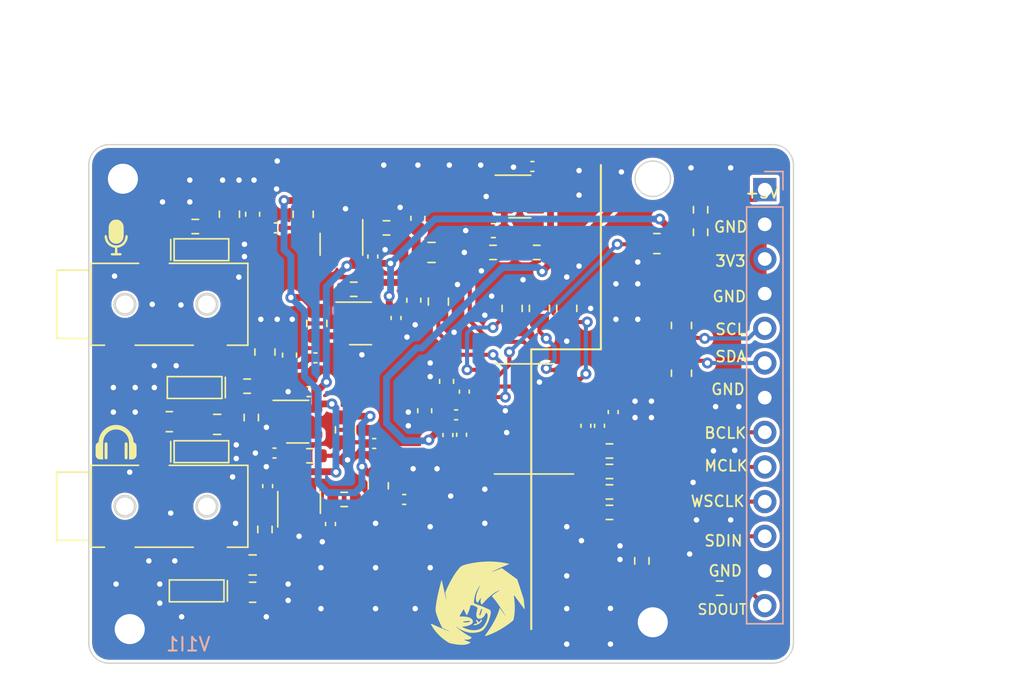
<source format=kicad_pcb>
(kicad_pcb (version 20221018) (generator pcbnew)
  (layers (0 "F.Cu" signal) (1 "In1.Cu" power) (2 "In2.Cu" power) (31 "B.Cu" signal) (34 "B.Paste" user) (35 "F.Paste" user) (36 "B.SilkS" user "B.Silkscreen") (37 "F.SilkS" user "F.Silkscreen") (38 "B.Mask" user) (39 "F.Mask" user) (44 "Edge.Cuts" user))
  (net 0 "")
  (net 1 "+5V")
  (net 2 "GND")
  (net 3 "+3V3")
  (net 4 "/CODEC_VQ")
  (net 5 "/CODEC_FILT")
  (net 6 "/VREF")
  (net 7 "/L_IN_FILT")
  (net 8 "/L_IN_BUFF")
  (net 9 "/L_FILT_CODEC")
  (net 10 "/L_CODEC_IN")
  (net 11 "/R_IN_FILT")
  (net 12 "/R_IN_BUFF")
  (net 13 "/R_FILT_CODEC")
  (net 14 "/R_CODEC_IN")
  (net 15 "/L_OUT_CODEC")
  (net 16 "/L_OUT_BIAS")
  (net 17 "/AUDIO_OUT_L")
  (net 18 "/L_OUT_FILT")
  (net 19 "/R_OUT_CODEC")
  (net 20 "/R_OUT_BIAS")
  (net 21 "/AUDIO_OUT_R")
  (net 22 "/R_OUT_FILT")
  (net 23 "/LEFT_CH")
  (net 24 "/RIGHT_CH")
  (net 25 "/I2C_SCL")
  (net 26 "/I2C_SDA")
  (net 27 "/I2S_BCLK")
  (net 28 "/I2S_MCLK")
  (net 29 "/I2S_WSCLK")
  (net 30 "/I2S_SDIN")
  (net 31 "/CODEC_SDOUT")
  (net 32 "/CODEC_SDOUT_R")
  (net 33 "/CODEC_AD0")
  (net 34 "/CODEC_AD1")
  (net 35 "/CODEC_AD2")
  (net 36 "/CODEC_RST")
  (net 37 "/I2S_SDIN_R")
  (net 38 "/I2S_WSCLK_R")
  (net 39 "/I2S_MCLK_R")
  (net 40 "/I2S_BCLK_R")
  (net 41 "VCOM")
  (net 42 "/R_OUT_BUFF")
  (net 43 "/L_OUT_BUFF")
  (net 44 "/L_OUT_OUT_BUFF")
  (net 45 "/R_OUT_OUT_BUFF")
  (net 46 "/CODEC_MUTEA")
  (net 47 "/CODEC_MUTEB")
  (net 48 "VCC")
  (net 49 "/L_FILT_CODEC_MIC")
  (net 50 "/R_FILT_CODEC_MIC")
  (footprint "Package_TO_SOT_SMD:SOT-23-5" (layer "F.Cu") (at 154.5 51.3 -90)
    (fp_text reference "U104" hide)
    (fp_text value "MCP6001-OT")
  )
  (footprint "Resistor_SMD:R_0805_2012Metric" (layer "F.Cu") (at 148.9 59.2 90)
    (fp_text reference "R121" hide)
    (fp_text value "2M")
  )
  (footprint "Capacitor_SMD:C_0603_1608Metric" (layer "F.Cu") (at 150.7 59.425 90)
    (fp_text reference "C112" hide)
    (fp_text value "220pF")
  )
  (footprint "Resistor_SMD:R_0603_1608Metric" (layer "F.Cu") (at 147.6 61.7 180)
    (fp_text reference "R120" hide)
    (fp_text value "1k")
  )
  (footprint "Resistor_SMD:R_0805_2012Metric" (layer "F.Cu") (at 157.2 69 -90)
    (fp_text reference "R128" hide)
    (fp_text value "2M")
  )
  (footprint "Capacitor_SMD:C_0805_2012Metric" (layer "F.Cu") (at 148 74.8 180)
    (fp_text reference "C124" hide)
    (fp_text value "10uF")
  )
  (footprint "Capacitor_SMD:C_0402_1005Metric" (layer "F.Cu") (at 174.4 63.6 -90)
    (fp_text reference "C103" hide)
    (fp_text value "100nF")
  )
  (footprint "Capacitor_SMD:C_0603_1608Metric" (layer "F.Cu") (at 159.8 55.4 -90)
    (fp_text reference "C118" hide)
    (fp_text value "220pF")
  )
  (footprint "Resistor_SMD:R_0603_1608Metric" (layer "F.Cu") (at 168.8 51.9 180)
    (fp_text reference "R116" hide)
    (fp_text value "1k")
  )
  (footprint "Capacitor_SMD:C_0402_1005Metric" (layer "F.Cu") (at 152.6 59.625)
    (fp_text reference "C113" hide)
    (fp_text value "100nF")
  )
  (footprint "Logos:LOGO_MIC" (layer "F.Cu") (at 143.4 47.4)
    (fp_text reference "REF**" hide)
    (fp_text value "LOGO_MIC")
  )
  (footprint "Resistor_SMD:R_0603_1608Metric" (layer "F.Cu") (at 154.7 70)
    (fp_text reference "R129" hide)
    (fp_text value "1k")
  )
  (footprint "Logos:Headphone" (layer "F.Cu") (at 138 65.8)
    (fp_text reference "G***" hide)
    (fp_text value "LOGO" hide)
  )
  (footprint "Package_TO_SOT_SMD:SOT-23-5" (layer "F.Cu") (at 167.5625 47.8)
    (fp_text reference "U101" hide)
    (fp_text value "MCP6001-OT")
  )
  (footprint "Package_TO_SOT_SMD:SOT-23-5" (layer "F.Cu") (at 155.9 57.1)
    (fp_text reference "U102" hide)
    (fp_text value "MCP6001-OT")
  )
  (footprint "Resistor_SMD:R_0603_1608Metric" (layer "F.Cu") (at 165.6 51.9 180)
    (fp_text reference "R117" hide)
    (fp_text value "1k")
  )
  (footprint "Resistor_SMD:R_0603_1608Metric" (layer "F.Cu") (at 155.4 54.6 180)
    (fp_text reference "R126" hide)
    (fp_text value "1k")
  )
  (footprint "footprints:JAC_TRS_3.5mm_SMD" (layer "F.Cu") (at 136.15 70.5)
    (fp_text reference "J102" hide)
    (fp_text value "AudioJack3")
    (fp_circle (center 2.5 0) (end 3.25 0) (stroke (width 0.2)) (fill none) (layer "Edge.Cuts"))
    (fp_circle (center 8.5 0) (end 9.25 0) (stroke (width 0.2)) (fill none) (layer "Edge.Cuts"))
  )
  (footprint "Resistor_SMD:R_0805_2012Metric" (layer "F.Cu") (at 179.4 60.75 90)
    (fp_text reference "R136" hide)
    (fp_text value "2k2")
  )
  (footprint "Resistor_SMD:R_0805_2012Metric" (layer "F.Cu") (at 152.7 57.1 -90)
    (fp_text reference "R122" hide)
    (fp_text value "2M")
  )
  (footprint "Capacitor_SMD:C_0402_1005Metric" (layer "F.Cu") (at 149.7 50.1)
    (fp_text reference "C117" hide)
    (fp_text value "100nF")
  )
  (footprint "Capacitor_SMD:C_0603_1608Metric" (layer "F.Cu") (at 165.625 50.3 180)
    (fp_text reference "C111" hide)
    (fp_text value "47uF")
  )
  (footprint "Resistor_SMD:R_0603_1608Metric" (layer "F.Cu") (at 174.125 67.95 180)
    (fp_text reference "R114" hide)
    (fp_text value "22R")
  )
  (footprint "Capacitor_SMD:C_0603_1608Metric" (layer "F.Cu") (at 160.6 63.5 -90)
    (fp_text reference "C109" hide)
    (fp_text value "47uF")
  )
  (footprint "Capacitor_SMD:C_0402_1005Metric" (layer "F.Cu") (at 163.5 62.1 90)
    (fp_text reference "C104" hide)
    (fp_text value "100nF")
  )
  (footprint "Capacitor_SMD:C_0805_2012Metric" (layer "F.Cu") (at 145.4 64.5 180)
    (fp_text reference "C128" hide)
    (fp_text value "10uF")
  )
  (footprint "Capacitor_SMD:C_0402_1005Metric" (layer "F.Cu") (at 168.4825 45.6 180)
    (fp_text reference "C110" hide)
    (fp_text value "100nF")
  )
  (footprint "Package_SO:TSSOP-24_4.4x7.8mm_P0.65mm" (layer "F.Cu") (at 167.9 64.1 180)
    (fp_text reference "U103" hide)
    (fp_text value "CS4270")
  )
  (footprint "Resistor_SMD:R_0805_2012Metric" (layer "F.Cu") (at 171 56 90)
    (fp_text reference "R104" hide)
    (fp_text value "10k")
  )
  (footprint "Capacitor_SMD:C_0402_1005Metric" (layer "F.Cu") (at 162.9 63.8 180)
    (fp_text reference "C108" hide)
    (fp_text value "100nF")
  )
  (footprint "Resistor_SMD:R_0603_1608Metric" (layer "F.Cu") (at 174.125 70.95 180)
    (fp_text reference "R112" hide)
    (fp_text value "22R")
  )
  (footprint "Capacitor_SMD:C_0603_1608Metric" (layer "F.Cu") (at 162.2 61.35 90)
    (fp_text reference "C105" hide)
    (fp_text value "47uF")
  )
  (footprint "footprints:JAC_TRS_3.5mm_SMD" (layer "F.Cu") (at 136.15 55.7)
    (fp_text reference "J101" hide)
    (fp_text value "AudioJack3")
    (fp_circle (center 2.5 0) (end 3.25 0) (stroke (width 0.2)) (fill none) (layer "Edge.Cuts"))
    (fp_circle (center 8.5 0) (end 9.25 0) (stroke (width 0.2)) (fill none) (layer "Edge.Cuts"))
  )
  (footprint "Resistor_SMD:R_0603_1608Metric" (layer "F.Cu") (at 157.8 50.1 180)
    (fp_text reference "R125" hide)
    (fp_text value "1k")
  )
  (footprint "Capacitor_SMD:C_0603_1608Metric" (layer "F.Cu") (at 148 49.1 90)
    (fp_text reference "C120" hide)
    (fp_text value "220pF")
  )
  (footprint "Capacitor_SMD:C_0402_1005Metric" (layer "F.Cu") (at 153.7 71.8 -90)
    (fp_text reference "C125" hide)
    (fp_text value "1nF")
  )
  (footprint "Resistor_SMD:R_0805_2012Metric" (layer "F.Cu") (at 148 76.8)
    (fp_text reference "R131" hide)
    (fp_text value "10k")
  )
  (footprint "Capacitor_SMD:C_0402_1005Metric" (layer "F.Cu") (at 156.9 65.9 180)
    (fp_text reference "C127" hide)
    (fp_text value "100nF")
  )
  (footprint "Resistor_SMD:R_0805_2012Metric" (layer "F.Cu") (at 169 56 90)
    (fp_text reference "R105" hide)
    (fp_text value "10k")
  )
  (footprint "MountingHole:MountingHole_2.2mm_M2_Pad_TopBottom" (layer "F.Cu") (at 177.3 79)
    (fp_text reference "H102" hide)
    (fp_text value "MountingHole_Pad")
  )
  (footprint "Logos:ES_LOGO" (layer "F.Cu") (at 164.6 77.6)
    (fp_text reference "G***" hide)
    (fp_text value "LOGO" hide)
  )
  (footprint "Resistor_SMD:R_0603_1608Metric" (layer "F.Cu") (at 148.9 72.2 90)
    (fp_text reference "R130" hide)
    (fp_text value "100R")
  )
  (footprint "Resistor_SMD:R_0805_2012Metric" (layer "F.Cu") (at 177.6 51.25)
    (fp_text reference "R110" hide)
    (fp_text value "10k")
  )
  (footprint "Resistor_SMD:R_0603_1608Metric" (layer "F.Cu") (at 174.125 66.45 180)
    (fp_text reference "R115" hide)
    (fp_text value "22R")
  )
  (footprint "Capacitor_SMD:C_0402_1005Metric" (layer "F.Cu") (at 162.3 65.28 -90)
    (fp_text reference "C101" hide)
    (fp_text value "1uF")
  )
  (footprint "Capacitor_SMD:C_0402_1005Metric" (layer "F.Cu") (at 163.3 65.26 -90)
    (fp_text reference "C102" hide)
    (fp_text value "100nF")
  )
  (footprint "Capacitor_SMD:C_0402_1005Metric" (layer "F.Cu") (at 173.4 64.6 90)
    (fp_text reference "C106" hide)
    (fp_text value "1uF")
  )
  (footprint "Capacitor_SMD:C_0402_1005Metric" (layer "F.Cu") (at 156.8 52.2 90)
    (fp_text reference "C116" hide)
    (fp_text value "100nF")
  )
  (footprint "Resistor_SMD:R_0603_1608Metric" (layer "F.Cu") (at 147.9 64 90)
    (fp_text reference "R134" hide)
    (fp_text value "100R")
  )
  (footprint "Capacitor_SMD:C_0805_2012Metric" (layer "F.Cu") (at 161.1 51.9)
    (fp_text reference "C119" hide)
    (fp_text value "10uF")
  )
  (footprint "Resistor_SMD:R_0603_1608Metric" (layer "F.Cu") (at 176.5 74.5 -90)
    (fp_text reference "R101" hide)
    (fp_text value "47k")
  )
  (footprint "Resistor_SMD:R_0603_1608Metric" (layer "F.Cu") (at 152.2 66.8)
    (fp_text reference "R133" hide)
    (fp_text value "1k")
  )
  (footprint "Capacitor_SMD:C_0402_1005Metric" (layer "F.Cu") (at 159.1 70 180)
    (fp_text reference "C123" hide)
    (fp_text value "100nF")
  )
  (footprint "Resistor_SMD:R_0805_2012Metric" (layer "F.Cu") (at 179.4 57.25 -90)
    (fp_text reference "R137" hide)
    (fp_text value "2k2")
  )
  (footprint "Capacitor_SMD:C_0603_1608Metric" (layer "F.Cu") (at 160.1 49.4 90)
    (fp_text reference "C121" hide)
    (fp_text value "220pF")
  )
  (footprint "Resistor_SMD:R_0603_1608Metric" (layer "F.Cu") (at 174.125 69.45 180)
    (fp_text reference "R113" hide)
    (fp_text value "22R")
  )
  (footprint "Resistor_SMD:R_0805_2012Metric" (layer "F.Cu") (at 167 56 90)
    (fp_text reference "R106" hide)
    (fp_text value "10k")
  )
  (footprint "footprints:SOD-323-2" (layer "F.Cu") (at 143.75 61.8 90)
    (fp_text reference "D103" hide)
    (fp_text value "PESD3V3U1UA,115")
  )
  (footprint "Resistor_SMD:R_0805_2012Metric" (layer "F.Cu") (at 146.3 49.1 90)
    (fp_text reference "R127" hide)
    (fp_text value "2M")
  )
  (footprint "Capacitor_SMD:C_0402_1005Metric" (layer "F.Cu") (at 172.4 64.6 90)
    (fp_text reference "C107" hide)
    (fp_text value "100nF")
  )
  (footprint "Logos:Microphone" (layer "F.Cu") (at 138 50.8)
    (fp_text reference "G***" hide)
    (fp_text value "LOGO" hide)
  )
  (footprint "Resistor_SMD:R_0805_2012Metric" (layer "F.Cu") (at 141.9 64.3 180)
    (fp_text reference "R135" hide)
    (fp_text value "10k")
  )
  (footprint "MountingHole:MountingHole_2.2mm_M2_DIN965_Pad_TopBottom" (layer "F.Cu") (at 139 79.5)
    (fp_text reference "H103" hide)
    (fp_text value "MountingHole_Pad")
  )
  (footprint "footprints:SOD-323-2" (layer "F.Cu") (at 144.25 66.5 -90)
    (fp_text reference "D101" hide)
    (fp_text value "PESD3V3U1UA,115")
  )
  (footprint "MountingHole:MountingHole_2.2mm_M2_DIN965_Pad_TopBottom" (layer "F.Cu") (at 138.5 46.5)
    (fp_text reference "H104" hide)
    (fp_text value "MountingHole_Pad")
  )
  (footprint "Resistor_SMD:R_0805_2012Metric" (layer "F.Cu") (at 154.8 64.9 -90)
    (fp_text reference "R132" hide)
    (fp_text value "2M")
  )
  (footprint "Capacitor_SMD:C_0402_1005Metric" (layer "F.Cu") (at 152.1 62.1 180)
    (fp_text reference "C126" hide)
    (fp_text value "100nF")
  )
  (footprint "footprints:SOD-323-2" (layer "F.Cu") (at 143.9 76.7 90)
    (fp_text reference "D102" hide)
    (fp_text value "PESD3V3U1UA,115")
  )
  (footprint "Capacitor_SMD:C_0402_1005Metric" (layer "F.Cu") (at 149.1 69.02 90)
    (fp_text reference "C122" hide)
    (fp_text value "100nF")
  )
  (footprint "Resistor_SMD:R_0603_1608Metric" (layer "F.Cu") (at 180.8 48.775 90)
    (fp_text reference "R119" hide)
    (fp_text value "0R")
  )
  (footprint "Resistor_SMD:R_0603_1608Metric" (layer "F.Cu") (at 143.8 50 180)
    (fp_text reference "R124" hide)
    (fp_text value "1k")
  )
  (footprint "Capacitor_SMD:C_0805_2012Metric" (layer "F.Cu") (at 161.6 55.5 -90)
    (fp_text reference "C115" hide)
    (fp_text value "10uF")
  )
  (footprint "Resistor_SMD:R_0603_1608Metric" (layer "F.Cu") (at 182.2 76.5)
    (fp_text reference "R102" hide)
    (fp_text value "22R")
  )
  (footprint "Capacitor_SMD:C_0402_1005Metric" (layer "F.Cu") (at 158.5 56.7 -90)
    (fp_text reference "C114" hide)
    (fp_text value "100nF")
  )
  (footprint "Resistor_SMD:R_0603_1608Metric" (layer "F.Cu") (at 180.8 50.425 90)
    (fp_text reference "R118" hide)
    (fp_text value "0R")
  )
  (footprint "Resistor_SMD:R_0805_2012Metric" (layer "F.Cu") (at 151.7 49.1 -90)
    (fp_text reference "R123" hide)
    (fp_text value "2M")
  )
  (footprint "footprints:SOD-323-2" (layer "F.Cu") (at 144.25 51.7 -90)
    (fp_text reference "D104" hide)
    (fp_text value "PESD3V3U1UA,115")
  )
  (footprint "Capacitor_SMD:C_0402_1005Metric" (layer "F.Cu") (at 149.6 66.6 180)
    (fp_text reference "C129" hide)
    (fp_text value "1nF")
  )
  (footprint "Package_TO_SOT_SMD:SOT-23-5" (layer "F.Cu") (at 151.3 64.3)
    (fp_text reference "U106" hide)
    (fp_text value "MCP6001-OT")
  )
  (footprint "Package_TO_SOT_SMD:SOT-23-5" (layer "F.Cu") (at 151.4 70.22 90)
    (fp_text reference "U105" hide)
    (fp_text value "MCP6001-OT")
  )
  (footprint "Connector_PinHeader_2.54mm:PinHeader_1x13_P2.54mm_Vertical" (layer "B.Cu") (at 185.5 47.3 180)
    (fp_text reference "J103" hide)
    (fp_text value "Conn_01x13_Pin")
  )
  (gr_line (start 168.4 59) (end 173.5 59) (stroke (width 0.15)) (layer "F.SilkS"))
  (gr_line (start 168.4 79.5) (end 168.4 59) (stroke (width 0.15)) (layer "F.SilkS"))
  (gr_line (start 173.5 59) (end 173.5 45.5) (stroke (width 0.15)) (layer "F.SilkS"))
  (gr_arc (start 137.5 82) (mid 136.43934 81.56066) (end 136 80.5) (stroke (width 0.1)) (layer "Edge.Cuts"))
  (gr_arc (start 187.6 80.5) (mid 187.16066 81.56066) (end 186.1 82) (stroke (width 0.1)) (layer "Edge.Cuts"))
  (gr_line (start 186.1 82) (end 137.5 82) (stroke (width 0.1)) (layer "Edge.Cuts"))
  (gr_line (start 136 45.5) (end 136 80.5) (stroke (width 0.1)) (layer "Edge.Cuts"))
  (gr_arc (start 136 45.5) (mid 136.43934 44.43934) (end 137.5 44) (stroke (width 0.1)) (layer "Edge.Cuts"))
  (gr_arc (start 186.1 44) (mid 187.16066 44.43934) (end 187.6 45.5) (stroke (width 0.1)) (layer "Edge.Cuts"))
  (gr_line (start 187.6 45.5) (end 187.6 80.5) (stroke (width 0.1)) (layer "Edge.Cuts"))
  (gr_line (start 186.1 44) (end 137.5 44) (stroke (width 0.1)) (layer "Edge.Cuts"))
  (gr_circle (center 177.3 46.5) (end 178.6 46.5) (stroke (width 0.1)) (fill none) (layer "Edge.Cuts"))
  (gr_text "V1I1" (at 145 81.2) (layer "B.SilkS") (effects (font (size 1 1)) (justify left bottom mirror)))
  (gr_text "SCL" (at 181.8 58) (layer "F.SilkS") (effects (font (size 0.8 0.8) (thickness 0.13)) (justify left bottom)))
  (gr_text "SDA" (at 181.8 60) (layer "F.SilkS") (effects (font (size 0.8 0.8) (thickness 0.13)) (justify left bottom)))
  (gr_text "MCLK" (at 181 68) (layer "F.SilkS") (effects (font (size 0.8 0.8) (thickness 0.13)) (justify left bottom)))
  (gr_text "GND" (at 181.6 55.6) (layer "F.SilkS") (effects (font (size 0.8 0.8) (thickness 0.13)) (justify left bottom)))
  (gr_text "GND" (at 181.5 62.4) (layer "F.SilkS") (effects (font (size 0.8 0.8) (thickness 0.13)) (justify left bottom)))
  (gr_text "SDIN" (at 181 73.5) (layer "F.SilkS") (effects (font (size 0.8 0.8) (thickness 0.13)) (justify left bottom)))
  (gr_text "+5V" (at 184 48) (layer "F.SilkS") (effects (font (size 0.8 0.8) (thickness 0.13)) (justify left bottom)))
  (gr_text "WSCLK" (at 180 70.6) (layer "F.SilkS") (effects (font (size 0.8 0.8) (thickness 0.13)) (justify left bottom)))
  (gr_text "SDOUT" (at 180.5 78.5) (layer "F.SilkS") (effects (font (size 0.75 0.75) (thickness 0.12)) (justify left bottom)))
  (gr_text "3V3" (at 181.8 53) (layer "F.SilkS") (effects (font (size 0.8 0.8) (thickness 0.13)) (justify left bottom)))
  (gr_text "BCLK" (at 181 65.6) (layer "F.SilkS") (effects (font (size 0.8 0.8) (thickness 0.13)) (justify left bottom)))
  (gr_text "GND" (at 181.3 75.7) (layer "F.SilkS") (effects (font (size 0.8 0.8) (thickness 0.13)) (justify left bottom)))
  (gr_text "GND" (at 181.7 50.5) (layer "F.SilkS") (effects (font (size 0.8 0.8) (thickness 0.13)) (justify left bottom)))
  (segment (start 184.85 47.95) (end 185.5 47.3) (width 0.5) (layer "F.Cu") (net 1))
  (segment (start 180.8 47.95) (end 184.85 47.95) (width 0.5) (layer "F.Cu") (net 1))
  (segment (start 175.175 73.675) (end 174.9 73.4) (width 0.5) (layer "F.Cu") (net 2))
  (segment (start 171.525 64.475) (end 171.75 64.25) (width 0.3) (layer "F.Cu") (net 2))
  (segment (start 145.6 51.7) (end 147 51.7) (width 0.5) (layer "F.Cu") (net 2))
  (segment (start 174.36 64.12) (end 174.4 64.08) (width 0.5) (layer "F.Cu") (net 2))
  (segment (start 176.5 73.675) (end 175.9 73.675) (width 0.5) (layer "F.Cu") (net 2))
  (segment (start 172.27 64.25) (end 172.4 64.12) (width 0.3) (layer "F.Cu") (net 2))
  (segment (start 149.1 68.54) (end 149.1 68.5) (width 0.5) (layer "F.Cu") (net 2))
  (segment (start 173.4 64.12) (end 172.4 64.12) (width 0.5) (layer "F.Cu") (net 2))
  (segment (start 165.5125 55.0875) (end 165.5 55.1) (width 0.5) (layer "F.Cu") (net 2))
  (segment (start 155.9 59.3) (end 156 59.4) (width 0.5) (layer "F.Cu") (net 2))
  (segment (start 171 55.0875) (end 171 53.7) (width 0.5) (layer "F.Cu") (net 2))
  (segment (start 171.75 64.25) (end 172.27 64.25) (width 0.4) (layer "F.Cu") (net 2))
  (segment (start 170.8125 64.475) (end 171.525 64.475) (width 0.3) (layer "F.Cu") (net 2))
  (segment (start 155.9 57.676472) (end 155.9 59.3) (width 0.5) (layer "F.Cu") (net 2))
  (segment (start 155.323528 57.1) (end 155.9 57.676472) (width 0.5) (layer "F.Cu") (net 2))
  (segment (start 157.7 51.7) (end 157.68 51.72) (width 0.5) (layer "F.Cu") (net 2))
  (segment (start 167.8 53.9) (end 167.8125 53.9) (width 0.5) (layer "F.Cu") (net 2))
  (segment (start 165.0375 65.075) (end 166.575 65.075) (width 0.3) (layer "F.Cu") (net 2))
  (segment (start 163.28 65.76) (end 163.3 65.74) (width 0.3) (layer "F.Cu") (net 2))
  (segment (start 151.62 62.1) (end 150.6 62.1) (width 0.5) (layer "F.Cu") (net 2))
  (segment (start 167.1495 45.6) (end 167.1 45.6495) (width 0.5) (layer "F.Cu") (net 2))
  (segment (start 147.4 52.2) (end 147.4 52.1) (width 0.5) (layer "F.Cu") (net 2))
  (segment (start 160.1 48.625) (end 158.825 48.625) (width 0.5) (layer "F.Cu") (net 2))
  (segment (start 154.5 49) (end 154.8 48.7) (width 0.5) (layer "F.Cu") (net 2))
  (segment (start 147.4 52.1) (end 147 51.7) (width 0.5) (layer "F.Cu") (net 2))
  (segment (start 163.648604 65.74) (end 164.313604 65.075) (width 0.3) (layer "F.Cu") (net 2))
  (segment (start 164.85 50.3) (end 163.6 50.3) (width 0.5) (layer "F.Cu") (net 2))
  (segment (start 167 55.0875) (end 165.5125 55.0875) (width 0.5) (layer "F.Cu") (net 2))
  (segment (start 154.5 50.1625) (end 154.5 49) (width 0.5) (layer "F.Cu") (net 2))
  (segment (start 175.625 73.675) (end 174.9 74.4) (width 0.5) (layer "F.Cu") (net 2))
  (segment (start 164.775 51.9) (end 163.5 51.9) (width 0.5) (layer "F.Cu") (net 2))
  (segment (start 167.8125 53.9) (end 169 55.0875) (width 0.5) (layer "F.Cu") (net 2))
  (segment (start 163.3 65.74) (end 163.648604 65.74) (width 0.5) (layer "F.Cu") (net 2))
  (segment (start 154.7625 57.1) (end 155.323528 57.1) (width 0.5) (layer "F.Cu") (net 2))
  (segment (start 164.313604 65.075) (end 165.0375 65.075) (width 0.3) (layer "F.Cu") (net 2))
  (segment (start 158.825 48.625) (end 158.8 48.6) (width 0.5) (layer "F.Cu") (net 2))
  (segment (start 157.68 51.72) (end 156.8 51.72) (width 0.5) (layer "F.Cu") (net 2))
  (segment (start 147 51.7) (end 147.4 51.3) (width 0.5) (layer "F.Cu") (net 2))
  (segment (start 170.7625 64.425) (end 170.8125 64.475) (width 0.3) (layer "F.Cu") (net 2))
  (segment (start 166.575 65.075) (end 166.6 65.1) (width 0.3) (layer "F.Cu") (net 2))
  (segment (start 175.9 73.675) (end 175.625 73.675) (width 0.5) (layer "F.Cu") (net 2))
  (segment (start 173.4 64.12) (end 174.36 64.12) (width 0.5) (layer "F.Cu") (net 2))
  (segment (start 175.9 73.675) (end 175.175 73.675) (width 0.5) (layer "F.Cu") (net 2))
  (via (at 156 59.4) (size 0.8) (drill 0.4) (layers "F.Cu" "B.Cu") (net 2))
  (via (at 150.6 77.4) (size 0.8) (drill 0.4) (layers "F.Cu" "B.Cu") (net 2))
  (via (at 159.9 57.2) (size 0.8) (drill 0.4) (layers "F.Cu" "B.Cu") (net 2))
  (via (at 180.1 45.7) (size 0.8) (drill 0.4) (layers "F.Cu" "B.Cu") (net 2))
  (via (at 171 78) (size 0.8) (drill 0.4) (layers "F.Cu" "B.Cu") (net 2))
  (via (at 174.9 74.4) (size 0.8) (drill 0.4) (layers "F.Cu" "B.Cu") (net 2))
  (via (at 139.4 63.6) (size 0.8) (drill 0.4) (layers "F.Cu" "B.Cu") (net 2))
  (via (at 148.6 56.8) (size 0.8) (drill 0.4) (layers "F.Cu" "B.Cu") (net 2))
  (via (at 161 61) (size 0.8) (drill 0.4) (layers "F.Cu" "B.Cu") (net 2))
  (via (at 153 78) (size 0.8) (drill 0.4) (layers "F.Cu" "B.Cu") (net 2))
  (via (at 174.2 80.6) (size 0.8) (drill 0.4) (layers "F.Cu" "B.Cu") (net 2))
  (via (at 147.4 51.3) (size 0.8) (drill 0.4) (layers "F.Cu" "B.Cu") (net 2))
  (via (at 171.9 47.7) (size 0.8) (drill 0.4) (layers "F.Cu" "B.Cu") (net 2))
  (via (at 164.75 53.25) (size 0.8) (drill 0.4) (layers "F.Cu" "B.Cu") (net 2))
  (via (at 150.9 56.8) (size 0.8) (drill 0.4) (layers "F.Cu" "B.Cu") (net 2))
  (via (at 149.8 45.2) (size 0.8) (drill 0.4) (layers "F.Cu" "B.Cu") (net 2))
  (via (at 149.75 47.25) (size 0.8) (drill 0.4) (layers "F.Cu" "B.Cu") (net 2))
  (via (at 167.1 45.6495) (size 0.8) (drill 0.4) (layers "F.Cu" "B.Cu") (net 2))
  (via (at 161.5 67.75) (size 0.8) (drill 0.4) (layers "F.Cu" "B.Cu") (net 2))
  (via (at 142.75 55.75) (size 0.8) (drill 0.4) (layers "F.Cu" "B.Cu") (net 2))
  (via (at 159.4 64.6) (size 0.8) (drill 0.4) (layers "F.Cu" "B.Cu") (net 2))
  (via (at 180.5 71.5) (size 0.8) (drill 0.4) (layers "F.Cu" "B.Cu") (net 2))
  (via (at 165 69.25) (size 0.8) (drill 0.4) (layers "F.Cu" "B.Cu") (net 2))
  (via (at 137.8 61.8) (size 0.8) (drill 0.4) (layers "F.Cu" "B.Cu") (net 2))
  (via (at 172.07635 73.019087) (size 0.8) (drill 0.4) (layers "F.Cu" "B.Cu") (net 2))
  (via (at 157.6 45.5) (size 0.8) (drill 0.4) (layers "F.Cu" "B.Cu") (net 2))
  (via (at 139.4 61.8) (size 0.8) (drill 0.4) (layers "F.Cu" "B.Cu") (net 2))
  (via (at 146.53311 68.34933) (size 0.8) (drill 0.4) (layers "F.Cu" "B.Cu") (net 2))
  (via (at 183 45.7) (size 0.8) (drill 0.4) (layers "F.Cu" "B.Cu") (net 2))
  (via (at 162.5 69.75) (size 0.8) (drill 0.4) (layers "F.Cu" "B.Cu") (net 2))
  (via (at 142.8 78.6) (size 0.8) (drill 0.4) (layers "F.Cu" "B.Cu") (net 2))
  (via (at 164.7 45.5) (size 0.8) (drill 0.4) (layers "F.Cu" "B.Cu") (net 2))
  (via (at 171 80.6) (size 0.8) (drill 0.4) (layers "F.Cu" "B.Cu") (net 2))
  (via (at 147 46.6) (size 0.8) (drill 0.4) (layers "F.Cu" "B.Cu") (net 2))
  (via (at 176 64) (size 0.8) (drill 0.4) (layers "F.Cu" "B.Cu") (net 2))
  (via (at 139 68) (size 0.8) (drill 0.4) (layers "F.Cu" "B.Cu") (net 2))
  (via (at 181.744076 66.437986) (size 0.8) (drill 0.4) (layers "F.Cu" "B.Cu") (net 2))
  (via (at 154.9495 67.1) (size 0.8) (drill 0.4) (layers "F.Cu" "B.Cu") (net 2))
  (via (at 183.6 63.2) (size 0.8) (drill 0.4) (layers "F.Cu" "B.Cu") (net 2))
  (via (at 157 71.75) (size 0.8) (drill 0.4) (layers "F.Cu" "B.Cu") (net 2))
  (via (at 180.25 68.75) (size 0.8) (drill 0.4) (layers "F.Cu" "B.Cu") (net 2))
  (via (at 159.75 67.75) (size 0.8) (drill 0.4) (layers "F.Cu" "B.Cu") (net 2))
  (via (at 161 72) (size 0.8) (drill 0.4) (layers "F.Cu" "B.Cu") (net 2))
  (via (at 142 71) (size 0.8) (drill 0.4) (layers "F.Cu" "B.Cu") (net 2))
  (via (at 149.8 56.8) (size 0.8) (drill 0.4) (layers "F.Cu" "B.Cu") (net 2))
  (via (at 149 78.6) (size 0.8) (drill 0.4) (layers "F.Cu" "B.Cu") (net 2))
  (via (at 142.4 60.2) (size 0.8) (drill 0.4) (layers "F.Cu" "B.Cu") (net 2))
  (via (at 171 53.7) (size 0.8) (drill 0.4) (layers "F.Cu" "B.Cu") (net 2))
  (via (at 146.8 66) (size 0.8) (drill 0.4) (layers "F.Cu" "B.Cu") (net 2))
  (via (at 157.7 51.7) (size 0.8) (drill 0.4) (layers "F.Cu" "B.Cu") (net 2))
  (via (at 151.4 72.7) (size 0.8) (drill 0.4) (layers "F.Cu" "B.Cu") (net 2))
  (via (at 176.2 52.6) (size 0.8) (drill 0.4) (layers "F.Cu" "B.Cu") (net 2))
  (via (at 163 54.25) (size 0.8) (drill 0.4) (layers "F.Cu" "B.Cu") (net 2))
  (via (at 163.6 50.3) (size 0.8) (drill 0.4) (layers "F.Cu" "B.Cu") (net 2))
  (via (at 165.1 47.8) (size 0.8) (drill 0.4) (layers "F.Cu" "B.Cu") (net 2))
  (via (at 159.9 78) (size 0.8) (drill 0.4) (layers "F.Cu" "B.Cu") (net 2))
  (via (at 176.2 56.8) (size 0.8) (drill 0.4) (layers "F.Cu" "B.Cu") (net 2))
  (via (at 146.8 67) (size 0.8) (drill 0.4) (layers "F.Cu" "B.Cu") (net 2))
  (via (at 172.75 56) (size 0.8) (drill 0.4) (layers "F.Cu" "B.Cu") (net 2))
  (via (at 166.5 63.5) (size 0.8) (drill 0.4) (layers "F.Cu" "B.Cu") (net 2))
  (via (at 171.9 45.9) (size 0.8) (drill 0.4) (layers "F.Cu" "B.Cu") (net 2))
  (via (at 174.6 54.2) (size 0.8) (drill 0.4) (layers "F.Cu" "B.Cu") (net 2))
  (via (at 159.4 63.6) (size 0.8) (drill 0.4) (layers "F.Cu" "B.Cu") (net 2))
  (via (at 159.3 58.1) (size 0.8) (drill 0.4) (layers "F.Cu" "B.Cu") (net 2))
  (via (at 165 56.5) (size 0.8) (drill 0.4) (layers "F.Cu" "B.Cu") (net 2))
  (via (at 137.889556 53.634596) (size 0.8) (drill 0.4) (layers "F.Cu" "B.Cu") (net 2))
  (via (at 171 72) (size 0.8) (drill 0.4) (layers "F.Cu" "B.Cu") (net 2))
  (via (at 147.4 52.2) (size 0.8) (drill 0.4) (layers "F.Cu" "B.Cu") (net 2))
  (via (at 171 75.6) (size 0.8) (drill 0.4) (layers "F.Cu" "B.Cu") (net 2))
  (via (at 153.1 73.1) (size 0.8) (drill 0.4) (layers "F.Cu" "B.Cu") (net 2))
  (via (at 169 61.4) (size 0.8) (drill 0.4) (layers "F.Cu" "B.Cu") (net 2))
  (via (at 140.8 60.2) (size 0.8) (drill 0.4) (layers "F.Cu" "B.Cu") (net 2))
  (via (at 140.8 61.8) (size 0.8) (drill 0.4) (layers "F.Cu" "B.Cu") (net 2))
  (via (at 150.6 76.2) (size 0.8) (drill 0.4) (layers "F.Cu" "B.Cu") (net 2))
  (via (at 141.2 76.2) (size 0.8) (drill 0.4) (layers "F.Cu" "B.Cu") (net 2))
  (via (at 141.4 48.2) (size 0.8) (drill 0.4) (layers "F.Cu" "B.Cu") (net 2))
  (via (at 176 62.8) (size 0.8) (drill 0.4) (layers "F.Cu" "B.Cu") (net 2))
  (via (at 149.008211 64.712886) (size 0.8) (drill 0.4) (layers "F.Cu" "B.Cu") (net 2))
  (via (at 174.6 56.8) (size 0.8) (drill 0.4) (layers "F.Cu" "B.Cu") (net 2))
  (via (at 149 67.6) (size 0.8) (drill 0.4) (layers "F.Cu" "B.Cu") (net 2))
  (via (at 176.2 54.2) (size 0.8) (drill 0.4) (layers "F.Cu" "B.Cu") (net 2))
  (via (at 145.8 46.6) (size 0.8) (drill 0.4) (layers "F.Cu" "B.Cu") (net 2))
  (via (at 138 76.2) (size 0.8) (drill 0.4) (layers "F.Cu" "B.Cu") (net 2))
  (via (at 140.4 74.5) (size 0.8) (drill 0.4) (layers "F.Cu" "B.Cu") (net 2))
  (via (at 163.5 51.9) (size 0.8) (drill 0.4) (layers "F.Cu" "B.Cu") (net 2))
  (via (at 174.9 73.4) (size 0.8) (drill 0.4) (layers "F.Cu" "B.Cu") (net 2))
  (via (at 165 71.75) (size 0.8) (drill 0.4) (layers "F.Cu" "B.Cu") (net 2))
  (via (at 143.4 48.2) (size 0.8) (drill 0.4) (layers "F.Cu" "B.Cu") (net 2))
  (via (at 165.5 55.1) (size 0.8) (drill 0.4) (layers "F.Cu" "B.Cu") (net 2))
  (via (at 161 75) (size 0.8) (drill 0.4) (layers "F.Cu" "B.Cu") (net 2))
  (via (at 148.2 66.6) (size 0.8) (drill 0.4) (layers "F.Cu" "B.Cu") (net 2))
  (via (at 167.8 53.9) (size 0.8) (drill 0.4) (layers "F.Cu" "B.Cu") (net 2))
  (via (at 160.1 45.5) (size 0.8) (drill 0.4) (layers "F.Cu" "B.Cu") (net 2))
  (via (at 162.750688 57.750688) (size 0.8) (drill 0.4) (layers "F.Cu" "B.Cu") (net 2))
  (via (at 146.75 71.75) (size 0.8) (drill 0.4) (layers "F.Cu" "B.Cu") (net 2))
  (via (at 183 71.5) (size 0.8) (drill 0.4) (layers "F.Cu" "B.Cu") (net 2))
  (via (at 137.8 63.6) (size 0.8) (drill 0.4) (layers "F.Cu" "B.Cu") (net 2))
  (via (at 150.6 62.1) (size 0.8) (drill 0.4) (layers "F.Cu" "B.Cu") (net 2))
  (via (at 180 74) (size 0.8) (drill 0.4) (layers "F.Cu" "B.Cu") (net 2))
  (via (at 161 60) (size 0.8) (drill 0.4) (layers "F.Cu" "B.Cu") (net 2))
  (via (at 175 46) (size 0.8) (drill 0.4) (layers "F.Cu" "B.Cu") (net 2))
  (via (at 154.8 48.7) (size 0.8) (drill 0.4) (layers "F.Cu" "B.Cu") (net 2))
  (via (at 142.3 74.5) (size 0.8) (drill 0.4) (layers "F.Cu" "B.Cu") (net 2))
  (via (at 171.9 52.9) (size 0.8) (drill 0.4) (layers "F.Cu" "B.Cu") (net 2))
  (via (at 141.2 77.6) (size 0.8) (drill 0.4) (layers "F.Cu" "B.Cu") (net 2))
  (via (at 166.6 65.1) (size 0.8) (drill 0.4) (layers "F.Cu" "B.Cu") (net 2))
  (via (at 174.2 77.980912) (size 0.8) (drill 0.4) (layers "F.Cu" "B.Cu") (net 2))
  (via (at 148.1 46.6) (size 0.8) (drill 0.4) (layers "F.Cu" "B.Cu") (net 2))
  (via (at 143.4 46.6) (size 0.8) (drill 0.4) (layers "F.Cu" "B.Cu") (net 2))
  (via (at 177.2 62.8) (size 0.8) (drill 0.4) (layers "F.Cu" "B.Cu") (net 2))
  (via (at 158.8 48.6) (size 0.8) (drill 0.4) (layers "F.Cu" "B.Cu") (net 2))
  (via (at 140.65 55.7) (size 0.8) (drill 0.4) (layers "F.Cu" "B.Cu") (net 2))
  (via (at 177.2 64) (size 0.8) (drill 0.4) (layers "F.Cu" "B.Cu") (net 2))
  (via (at 153 75) (size 0.8) (drill 0.4) (layers "F.Cu" "B.Cu") (net 2))
  (via (at 183.3 66.4) (size 0.8) (drill 0.4) (layers "F.Cu" "B.Cu") (net 2))
  (via (at 162.4 45.5) (size 0.8) (drill 0.4) (layers "F.Cu" "B.Cu") (net 2))
  (via (at 181.9 63.2) (size 0.8) (drill 0.4) (layers "F.Cu" "B.Cu") (net 2))
  (via (at 146.987923 53.706425) (size 0.8) (drill 0.4) (layers "F.Cu" "B.Cu") (net 2))
  (via (at 171 58.4) (size 0.8) (drill 0.4) (layers "F.Cu" "B.Cu") (net 2))
  (via (at 157 78) (size 0.8) (drill 0.4) (layers "F.Cu" "B.Cu") (net 2))
  (via (at 157 75) (size 0.8) (drill 0.4) (layers "F.Cu" "B.Cu") (net 2))
  (segment (start 173.4 65.08) (end 179.3325 65.08) (width 0.5) (layer "F.Cu") (net 3))
  (segment (start 156.82 52.7) (end 156.8 52.68) (width 0.5) (layer "F.Cu") (net 3))
  (segment (start 152.58 63.2075) (end 152.4375 63.35) (width 0.5) (layer "F.Cu") (net 3))
  (segment (start 158.43 56.15) (end 158.5 56.22) (width 0.5) (layer "F.Cu") (net 3))
  (segment (start 152.7 62.1) (end 153.4 61.4) (width 0.5) (layer "F.Cu") (net 3))
  (segment (start 158.1 52.7) (end 156.82 52.7) (width 0.5) (layer "F.Cu") (net 3))
  (segment (start 179.3875 61.65) (end 175.387867 61.65) (width 0.5) (layer "F.Cu") (net 3))
  (segment (start 152.58 62.1) (end 152.58 63.2075) (width 0.5) (layer "F.Cu") (net 3))
  (segment (start 154.9 52.9) (end 154.9875 52.9) (width 0.5) (layer "F.Cu") (net 3))
  (segment (start 153.8 63) (end 152.7875 63) (width 0.5) (layer "F.Cu") (net 3))
  (segment (start 150.0325 69.5) (end 150.45 69.0825) (width 0.5) (layer "F.Cu") (net 3))
  (segment (start 152.7875 63) (end 152.4375 63.35) (width 0.5) (layer "F.Cu") (net 3))
  (segment (start 170.7625 65.075) (end 172.395 65.075) (width 0.5) (layer "F.Cu") (net 3))
  (segment (start 175.387867 61.65) (end 174.4 62.637867) (width 0.5) (layer "F.Cu") (net 3))
  (segment (start 157.0375 56.15) (end 158.43 56.15) (width 0.5) (layer "F.Cu") (net 3))
  (segment (start 173.4 65.08) (end 172.4 65.08) (width 0.5) (layer "F.Cu") (net 3))
  (segment (start 177.8 49.45) (end 178.5125 50.1625) (width 0.5) (layer "F.Cu") (net 3))
  (segment (start 156.8 52.68) (end 155.6925 52.68) (width 0.5) (layer "F.Cu") (net 3))
  (segment (start 174.4 63.12) (end 171.62 63.12) (width 0.5) (layer "F.Cu") (net 3))
  (segment (start 179.4 65.0125) (end 179.4 61.6625) (width 0.5) (layer "F.Cu") (net 3))
  (segment (start 174.4 62.637867) (end 174.4 63.12) (width 0.5) (layer "F.Cu") (net 3))
  (segment (start 151.5625 67.97) (end 154.07 67.97) (width 0.5) (layer "F.Cu") (net 3))
  (segment (start 155.6925 52.68) (end 155.45 52.4375) (width 0.5) (layer "F.Cu") (net 3))
  (segment (start 150.45 69.0825) (end 151.5625 67.97) (width 0.5) (layer "F.Cu") (net 3))
  (segment (start 158 55.1) (end 158 55.72) (width 0.5) (layer "F.Cu") (net 3))
  (segment (start 154.9875 52.9) (end 155.45 52.4375) (width 0.5) (layer "F.Cu") (net 3))
  (segment (start 172.395 65.075) (end 172.4 65.08) (width 0.3) (layer "F.Cu") (net 3))
  (segment (start 152.58 62.1) (end 152.7 62.1) (width 0.5) (layer "F.Cu") (net 3))
  (segment (start 149.1 69.5) (end 150.0325 69.5) (width 0.5) (layer "F.Cu") (net 3))
  (segment (start 179.3325 65.08) (end 179.4 65.0125) (width 0.5) (layer "F.Cu") (net 3))
  (segment (start 178.5125 50.1625) (end 178.5125 51.25) (width 0.5) (layer "F.Cu") (net 3))
  (segment (start 158 55.72) (end 158.5 56.22) (width 0.5) (layer "F.Cu") (net 3))
  (segment (start 154.07 67.97) (end 154.1 68) (width 0.5) (layer "F.Cu") (net 3))
  (segment (start 179.4 61.6625) (end 179.3875 61.65) (width 0.5) (layer "F.Cu") (net 3))
  (via (at 158 55.1) (size 0.8) (drill 0.4) (layers "F.Cu" "B.Cu") (net 3))
  (via (at 154.1 68) (size 0.8) (drill 0.4) (layers "F.Cu" "B.Cu") (net 3))
  (via (at 177.8 49.45) (size 0.8) (drill 0.4) (layers "F.Cu" "B.Cu") (net 3))
  (via (at 153.8 63) (size 0.8) (drill 0.4) (layers "F.Cu" "B.Cu") (net 3))
  (via (at 154.9 52.9) (size 0.8) (drill 0.4) (layers "F.Cu" "B.Cu") (net 3))
  (via (at 158.1 52.7) (size 0.8) (drill 0.4) (layers "F.Cu" "B.Cu") (net 3))
  (via (at 153.4 61.4) (size 0.8) (drill 0.4) (layers "F.Cu" "B.Cu") (net 3))
  (segment (start 154.1 63.3) (end 153.8 63) (width 0.5) (layer "B.Cu") (net 3))
  (segment (start 153.4 54.4) (end 154.9 52.9) (width 0.5) (layer "B.Cu") (net 3))
  (segment (start 153.4 61.4) (end 153.4 54.4) (width 0.5) (layer "B.Cu") (net 3))
  (segment (start 158.1 52.7) (end 158.1 55) (width 0.5) (layer "B.Cu") (net 3))
  (segment (start 158.1 55) (end 158 55.1) (width 0.5) (layer "B.Cu") (net 3))
  (segment (start 161.35 49.45) (end 158.1 52.7) (width 0.5) (layer "B.Cu") (net 3))
  (segment (start 154.1 68) (end 154.1 63.3) (width 0.5) (layer "B.Cu") (net 3))
  (segment (start 177.8 49.45) (end 161.35 49.45) (width 0.5) (layer "B.Cu") (net 3))
  (segment (start 162.655 62.58) (end 163.5 62.58) (width 0.3) (layer "F.Cu") (net 4))
  (segment (start 164.045 63.125) (end 163.5 62.58) (width 0.3) (layer "F.Cu") (net 4))
  (segment (start 162.2 62.125) (end 162.655 62.58) (width 0.3) (layer "F.Cu") (net 4))
  (segment (start 165.0375 63.125) (end 164.045 63.125) (width 0.3) (layer "F.Cu") (net 4))
  (segment (start 161.015 63.14) (end 162.762965 63.14) (width 0.3) (layer "F.Cu") (net 5))
  (segment (start 163.405 63.775) (end 163.38 63.8) (width 0.3) (layer "F.Cu") (net 5))
  (segment (start 162.762965 63.14) (end 163.38 63.757035) (width 0.3) (layer "F.Cu") (net 5))
  (segment (start 163.38 63.757035) (end 163.38 63.8) (width 0.3) (layer "F.Cu") (net 5))
  (segment (start 160.6 62.725) (end 161.015 63.14) (width 0.3) (layer "F.Cu") (net 5))
  (segment (start 165.0375 63.775) (end 163.405 63.775) (width 0.3) (layer "F.Cu") (net 5))
  (segment (start 166.425 50.275) (end 166.4 50.3) (width 0.5) (layer "F.Cu") (net 6))
  (segment (start 166.4 50.3) (end 166.4 51.875) (width 0.5) (layer "F.Cu") (net 6))
  (segment (start 166.4 51.875) (end 166.425 51.9) (width 0.5) (layer "F.Cu") (net 6))
  (segment (start 167.975 51.9) (end 166.425 51.9) (width 0.5) (layer "F.Cu") (net 6))
  (segment (start 166.425 48.75) (end 166.425 50.275) (width 0.5) (layer "F.Cu") (net 6))
  (segment (start 148.425 61.7) (end 148.425 60.6875) (width 0.5) (layer "F.Cu") (net 7))
  (segment (start 148.9 60.2125) (end 150.6875 60.2125) (width 0.5) (layer "F.Cu") (net 7))
  (segment (start 150.6875 60.2125) (end 150.7 60.2) (width 0.5) (layer "F.Cu") (net 7))
  (segment (start 150.7 60.2) (end 151.545 60.2) (width 0.5) (layer "F.Cu") (net 7))
  (segment (start 148.425 60.6875) (end 148.9 60.2125) (width 0.5) (layer "F.Cu") (net 7))
  (segment (start 151.545 60.2) (end 152.12 59.625) (width 0.5) (layer "F.Cu") (net 7))
  (segment (start 153.08 58.3925) (end 152.7 58.0125) (width 0.5) (layer "F.Cu") (net 8))
  (segment (start 153.08 59.625) (end 153.08 58.3925) (width 0.5) (layer "F.Cu") (net 8))
  (segment (start 152.7 58.0125) (end 154.725 58.0125) (width 0.5) (layer "F.Cu") (net 8))
  (segment (start 154.725 58.0125) (end 154.7625 58.05) (width 0.5) (layer "F.Cu") (net 8))
  (segment (start 148.9 73.025) (end 148.9 74.75) (width 0.5) (layer "F.Cu") (net 9))
  (segment (start 148.9 74.75) (end 148.95 74.8) (width 0.5) (layer "F.Cu") (net 9))
  (segment (start 161.6 57.8) (end 163.2 59.4) (width 0.3) (layer "F.Cu") (net 10))
  (segment (start 163.2 59.4) (end 165.6 59.4) (width 0.3) (layer "F.Cu") (net 10))
  (segment (start 161.6 56.45) (end 161.6 57.8) (width 0.3) (layer "F.Cu") (net 10))
  (segment (start 166.5 62.5) (end 165.0625 62.5) (width 0.3) (layer "F.Cu") (net 10))
  (segment (start 165.0625 62.5) (end 165.0375 62.475) (width 0.3) (layer "F.Cu") (net 10))
  (via (at 166.5 62.5) (size 0.8) (drill 0.4) (layers "F.Cu" "B.Cu") (net 10))
  (via (at 165.6 59.4) (size 0.8) (drill 0.4) (layers "F.Cu" "B.Cu") (net 10))
  (segment (start 165.6 59.4) (end 166.5 60.3) (width 0.3) (layer "B.Cu") (net 10))
  (segment (start 166.5 60.3) (end 166.5 62.5) (width 0.3) (layer "B.Cu") (net 10))
  (segment (start 148 49.875) (end 148.995 49.875) (width 0.3) (layer "F.Cu") (net 11))
  (segment (start 144.625 50) (end 146.2875 50) (width 0.3) (layer "F.Cu") (net 11))
  (segment (start 146.2875 50) (end 146.3 50.0125) (width 0.3) (layer "F.Cu") (net 11))
  (segment (start 147.8625 50.0125) (end 148 49.875) (width 0.3) (layer "F.Cu") (net 11))
  (segment (start 148.995 49.875) (end 149.22 50.1) (width 0.3) (layer "F.Cu") (net 11))
  (segment (start 146.3 50.0125) (end 147.8625 50.0125) (width 0.3) (layer "F.Cu") (net 11))
  (segment (start 153.4 50.0125) (end 153.55 50.1625) (width 0.3) (layer "F.Cu") (net 12))
  (segment (start 151.6125 50.1) (end 151.7 50.0125) (width 0.3) (layer "F.Cu") (net 12))
  (segment (start 151.7 50.0125) (end 153.4 50.0125) (width 0.3) (layer "F.Cu") (net 12))
  (segment (start 150.18 50.1) (end 151.6125 50.1) (width 0.3) (layer "F.Cu") (net 12))
  (segment (start 146.35 64.5) (end 147.575 64.5) (width 0.3) (layer "F.Cu") (net 13))
  (segment (start 147.575 64.5) (end 147.9 64.825) (width 0.3) (layer "F.Cu") (net 13))
  (segment (start 168.1 60.8) (end 167.175 61.725) (width 0.3) (layer "F.Cu") (net 14))
  (segment (start 167.85 58.45) (end 168.1 58.7) (width 0.3) (layer "F.Cu") (net 14))
  (segment (start 165.1375 61.725) (end 165.0375 61.825) (width 0.3) (layer "F.Cu") (net 14))
  (segment (start 165.45 58.45) (end 167.85 58.45) (width 0.3) (layer "F.Cu") (net 14))
  (segment (start 163.9 56.9) (end 165.45 58.45) (width 0.3) (layer "F.Cu") (net 14))
  (segment (start 167.175 61.725) (end 165.1375 61.725) (width 0.3) (layer "F.Cu") (net 14))
  (segment (start 162.05 51.9) (end 163.9 53.75) (width 0.3) (layer "F.Cu") (net 14))
  (segment (start 163.9 53.75) (end 163.9 56.9) (width 0.3) (layer "F.Cu") (net 14))
  (segment (start 168.1 58.7) (end 168.1 60.8) (width 0.3) (layer "F.Cu") (net 14))
  (segment (start 165.0125 67) (end 165.0375 67.025) (width 0.3) (layer "F.Cu") (net 15))
  (segment (start 161 70) (end 164 67) (width 0.3) (layer "F.Cu") (net 15))
  (segment (start 164 67) (end 165.0125 67) (width 0.3) (layer "F.Cu") (net 15))
  (segment (start 159.58 70) (end 161 70) (width 0.3) (layer "F.Cu") (net 15))
  (segment (start 157.2875 70) (end 157.2 69.9125) (width 0.3) (layer "F.Cu") (net 16))
  (segment (start 155.525 70) (end 157.1125 70) (width 0.3) (layer "F.Cu") (net 16))
  (segment (start 158.62 70) (end 157.2875 70) (width 0.3) (layer "F.Cu") (net 16))
  (segment (start 157.1125 70) (end 157.2 69.9125) (width 0.3) (layer "F.Cu") (net 16))
  (segment (start 147.05 76.7625) (end 147.0875 76.8) (width 0.5) (layer "F.Cu") (net 17))
  (segment (start 145.35 76.8) (end 145.25 76.7) (width 0.5) (layer "F.Cu") (net 17))
  (segment (start 145.25 74.5) (end 144.95 74.2) (width 0.5) (layer "F.Cu") (net 17))
  (segment (start 145.25 76.7) (end 145.25 74.5) (width 0.5) (layer "F.Cu") (net 17))
  (segment (start 147.05 74.8) (end 147.05 76.7625) (width 0.5) (layer "F.Cu") (net 17))
  (segment (start 147.0875 76.8) (end 145.35 76.8) (width 0.5) (layer "F.Cu") (net 17))
  (segment (start 153.875 70) (end 153.875 71.145) (width 0.3) (layer "F.Cu") (net 18))
  (segment (start 153.7 71.32) (end 152.3875 71.32) (width 0.3) (layer "F.Cu") (net 18))
  (segment (start 152.3875 71.32) (end 152.35 71.3575) (width 0.3) (layer "F.Cu") (net 18))
  (segment (start 153.875 71.145) (end 153.7 71.32) (width 0.3) (layer "F.Cu") (net 18))
  (segment (start 164.188604 66.5) (end 157.98 66.5) (width 0.3) (layer "F.Cu") (net 19))
  (segment (start 164.313604 66.375) (end 164.188604 66.5) (width 0.3) (layer "F.Cu") (net 19))
  (segment (start 165.0375 66.375) (end 164.313604 66.375) (width 0.3) (layer "F.Cu") (net 19))
  (segment (start 157.98 66.5) (end 157.38 65.9) (width 0.3) (layer "F.Cu") (net 19))
  (segment (start 153.8125 66.8) (end 154.8 65.8125) (width 0.3) (layer "F.Cu") (net 20))
  (segment (start 154.8 65.8125) (end 156.3325 65.8125) (width 0.3) (layer "F.Cu") (net 20))
  (segment (start 156.3325 65.8125) (end 156.42 65.9) (width 0.3) (layer "F.Cu") (net 20))
  (segment (start 153.025 66.8) (end 153.8125 66.8) (width 0.3) (layer "F.Cu") (net 20))
  (segment (start 142.9 64.5) (end 144.45 64.5) (width 0.5) (layer "F.Cu") (net 21))
  (segment (start 142.6 66.8) (end 142.9 66.5) (width 0.5) (layer "F.Cu") (net 21))
  (segment (start 142.9 66.5) (end 142.9 64.5) (width 0.5) (layer "F.Cu") (net 21))
  (segment (start 140.8 66.8) (end 142.6 66.8) (width 0.5) (layer "F.Cu") (net 21))
  (segment (start 150.1625 66.5175) (end 150.08 66.6) (width 0.5) (layer "F.Cu") (net 22))
  (segment (start 151.375 66.8) (end 150.28 66.8) (width 0.5) (layer "F.Cu") (net 22))
  (segment (start 150.28 66.8) (end 150.08 66.6) (width 0.5) (layer "F.Cu") (net 22))
  (segment (start 150.1625 65.25) (end 150.1625 66.5175) (width 0.5) (layer "F.Cu") (net 22))
  (segment (start 146.675 61.8) (end 146.775 61.7) (width 0.5) (layer "F.Cu") (net 23))
  (segment (start 144.95 61.65) (end 145.1 61.8) (width 0.5) (layer "F.Cu") (net 23))
  (segment (start 144.95 59.4) (end 144.95 61.65) (width 0.5) (layer "F.Cu") (net 23))
  (segment (start 145.1 61.8) (end 146.675 61.8) (width 0.5) (layer "F.Cu") (net 23))
  (segment (start 140.8 52) (end 142.6 52) (width 0.3) (layer "F.Cu") (net 24))
  (segment (start 142.6 52) (end 142.9 51.7) (width 0.3) (layer "F.Cu") (net 24))
  (segment (start 142.9 51.7) (end 142.9 50.075) (width 0.3) (layer "F.Cu") (net 24))
  (segment (start 142.9 50.075) (end 142.975 50) (width 0.3) (layer "F.Cu") (net 24))
  (segment (start 179.4 58.1625) (end 181.0625 58.1625) (width 0.3) (layer "F.Cu") (net 25))
  (segment (start 172.975 61.825) (end 170.7625 61.825) (width 0.3) (layer "F.Cu") (net 25))
  (segment (start 176.6375 58.1625) (end 179.4 58.1625) (width 0.3) (layer "F.Cu") (net 25))
  (segment (start 181.0625 58.1625) (end 181.1 58.2) (width 0.3) (layer "F.Cu") (net 25))
  (segment (start 172.975 61.825) (end 176.6375 58.1625) (width 0.3) (layer "F.Cu") (net 25))
  (via (at 181.1 58.2) (size 0.8) (drill 0.4) (layers "F.Cu" "B.Cu") (net 25))
  (segment (start 184.3 58.2) (end 185.04 57.46) (width 0.3) (layer "B.Cu") (net 25))
  (segment (start 181.1 58.2) (end 184.3 58.2) (width 0.3) (layer "B.Cu") (net 25))
  (segment (start 185.04 57.46) (end 185.5 57.46) (width 0.3) (layer "B.Cu") (net 25))
  (segment (start 176.351839 59.8375) (end 179.4 59.8375) (width 0.3) (layer "F.Cu") (net 26))
  (segment (start 179.4 59.8375) (end 181.1375 59.8375) (width 0.3) (layer "F.Cu") (net 26))
  (segment (start 181.1375 59.8375) (end 181.3 60) (width 0.3) (layer "F.Cu") (net 26))
  (segment (start 170.7975 62.44) (end 173.749339 62.44) (width 0.3) (layer "F.Cu") (net 26))
  (segment (start 173.749339 62.44) (end 176.351839 59.8375) (width 0.3) (layer "F.Cu") (net 26))
  (via (at 181.3 60) (size 0.8) (drill 0.4) (layers "F.Cu" "B.Cu") (net 26))
  (segment (start 181.3 60) (end 185.5 60) (width 0.3) (layer "B.Cu") (net 26))
  (segment (start 180.32 65.08) (end 178.975 66.425) (width 0.3) (layer "F.Cu") (net 27))
  (segment (start 174.975 66.425) (end 174.95 66.45) (width 0.3) (layer "F.Cu") (net 27))
  (segment (start 180.32 65.08) (end 185.5 65.08) (width 0.3) (layer "F.Cu") (net 27))
  (segment (start 178.975 66.425) (end 174.975 66.425) (width 0.3) (layer "F.Cu") (net 27))
  (segment (start 175 67.9) (end 174.95 67.95) (width 0.3) (layer "F.Cu") (net 28))
  (segment (start 178.08 67.62) (end 185.5 67.62) (width 0.3) (layer "F.Cu") (net 28))
  (segment (start 178.08 67.62) (end 177.8 67.9) (width 0.3) (layer "F.Cu") (net 28))
  (segment (start 177.8 67.9) (end 175 67.9) (width 0.3) (layer "F.Cu") (net 28))
  (segment (start 178.585 70.16) (end 185.5 70.16) (width 0.3) (layer "F.Cu") (net 29))
  (segment (start 177.875 69.45) (end 174.95 69.45) (width 0.3) (layer "F.Cu") (net 29))
  (segment (start 178.585 70.16) (end 177.875 69.45) (width 0.3) (layer "F.Cu") (net 29))
  (segment (start 175.025 71.025) (end 174.95 70.95) (width 0.3) (layer "F.Cu") (net 30))
  (segment (start 178.375 72.7) (end 185.5 72.7) (width 0.3) (layer "F.Cu") (net 30))
  (segment (start 176.7 71.025) (end 175.025 71.025) (width 0.3) (layer "F.Cu") (net 30))
  (segment (start 178.375 72.7) (end 176.7 71.025) (width 0.3) (layer "F.Cu") (net 30))
  (segment (start 183.025 76.5) (end 184.22 76.5) (width 0.3) (layer "F.Cu") (net 31))
  (segment (start 184.22 76.5) (end 185.5 77.78) (width 0.3) (layer "F.Cu") (net 31))
  (segment (start 169.1 64.6) (end 169.925 63.775) (width 0.3) (layer "F.Cu") (net 32))
  (segment (start 180.2 75.325) (end 181.375 76.5) (width 0.3) (layer "F.Cu") (net 32))
  (segment (start 176.297183 75.2) (end 172.4 75.2) (width 0.3) (layer "F.Cu") (net 32))
  (segment (start 169.1 71.9) (end 169.1 64.6) (width 0.3) (layer "F.Cu") (net 32))
  (segment (start 169.925 63.775) (end 170.7625 63.775) (width 0.3) (layer "F.Cu") (net 32))
  (segment (start 172.4 75.2) (end 169.1 71.9) (width 0.3) (layer "F.Cu") (net 32))
  (segment (start 176.422183 75.325) (end 176.297183 75.2) (width 0.3) (layer "F.Cu") (net 32))
  (segment (start 176.5 75.325) (end 176.422183 75.325) (width 0.3) (layer "F.Cu") (net 32))
  (segment (start 176.5 75.325) (end 180.2 75.325) (width 0.3) (layer "F.Cu") (net 32))
  (segment (start 172.025 61.175) (end 172.4 60.8) (width 0.3) (layer "F.Cu") (net 33))
  (segment (start 170.7625 61.175) (end 172.025 61.175) (width 0.3) (layer "F.Cu") (net 33))
  (segment (start 172.5 57) (end 171.0875 57) (width 0.3) (layer "F.Cu") (net 33))
  (segment (start 171.0875 57) (end 171 56.9125) (width 0.3) (layer "F.Cu") (net 33))
  (via (at 172.5 57) (size 0.8) (drill 0.4) (layers "F.Cu" "B.Cu") (net 33))
  (via (at 172.4 60.8) (size 0.8) (drill 0.4) (layers "F.Cu" "B.Cu") (net 33))
  (segment (start 172.4 57.1) (end 172.5 57) (width 0.3) (layer "B.Cu") (net 33))
  (segment (start 172.4 60.8) (end 172.4 57.1) (width 0.3) (layer "B.Cu") (net 33))
  (segment (start 170.7625 60.525) (end 169.625 60.525) (width 0.3) (layer "F.Cu") (net 34))
  (segment (start 169.625 60.525) (end 169.5 60.4) (width 0.3) (layer "F.Cu") (net 34))
  (segment (start 169 57.7) (end 169.5 58.2) (width 0.3) (layer "F.Cu") (net 34))
  (segment (start 169 56.9125) (end 169 57.7) (width 0.3) (layer "F.Cu") (net 34))
  (via (at 169.5 60.4) (size 0.8) (drill 0.4) (layers "F.Cu" "B.Cu") (net 34))
  (via (at 169.5 58.2) (size 0.8) (drill 0.4) (layers "F.Cu" "B.Cu") (net 34))
  (segment (start 170.1 59.8) (end 170.1 58.8) (width 0.3) (layer "B.Cu") (net 34))
  (segment (start 169.5 60.4) (end 170.1 59.8) (width 0.3) (layer "B.Cu") (net 34))
  (segment (start 170.1 58.8) (end 169.5 58.2) (width 0.3) (layer "B.Cu") (net 34))
  (segment (start 163.7 60.5) (end 165.0125 60.5) (width 0.3) (layer "F.Cu") (net 35))
  (segment (start 167 56.9125) (end 166.0875 56.9125) (width 0.3) (layer "F.Cu") (net 35))
  (segment (start 166.0875 56.9125) (end 165.6 57.4) (width 0.3) (layer "F.Cu") (net 35))
  (segment (start 165.0125 60.5) (end 165.0375 60.525) (width 0.3) (layer "F.Cu") (net 35))
  (via (at 165.6 57.4) (size 0.8) (drill 0.4) (layers "F.Cu" "B.Cu") (net 35))
  (via (at 163.7 60.5) (size 0.8) (drill 0.4) (layers "F.Cu" "B.Cu") (net 35))
  (segment (start 164.1 57.4) (end 163.7 57.8) (width 0.3) (layer "B.Cu") (net 35))
  (segment (start 165.6 57.4) (end 164.1 57.4) (width 0.3) (layer "B.Cu") (net 35))
  (segment (start 163.7 57.8) (end 163.7 60.5) (width 0.3) (layer "B.Cu") (net 35))
  (segment (start 166.8 60.136396) (end 166.8 59.2) (width 0.3) (layer "F.Cu") (net 36))
  (segment (start 165.761396 61.175) (end 166.8 60.136396) (width 0.3) (layer "F.Cu") (net 36))
  (segment (start 176.6375 51.3) (end 176.6875 51.25) (width 0.3) (layer "F.Cu") (net 36))
  (segment (start 174.7 51.3) (end 176.6375 51.3) (width 0.3) (layer "F.Cu") (net 36))
  (segment (start 165.0375 61.175) (end 165.761396 61.175) (width 0.3) (layer "F.Cu") (net 36))
  (via (at 174.7 51.3) (size 0.8) (drill 0.4) (layers "F.Cu" "B.Cu") (net 36))
  (via (at 166.8 59.2) (size 0.8) (drill 0.4) (layers "F.Cu" "B.Cu") (net 36))
  (segment (start 174.7 51.3) (end 166.8 59.2) (width 0.3) (layer "B.Cu") (net 36))
  (segment (start 170.7625 68.4125) (end 170.7625 67.675) (width 0.3) (layer "F.Cu") (net 37))
  (segment (start 173.3 70.95) (end 170.7625 68.4125) (width 0.3) (layer "F.Cu") (net 37))
  (segment (start 172.55 67.907106) (end 171.667894 67.025) (width 0.3) (layer "F.Cu") (net 38))
  (segment (start 171.667894 67.025) (end 170.7625 67.025) (width 0.3) (layer "F.Cu") (net 38))
  (segment (start 173.3 69.45) (end 172.55 68.7) (width 0.3) (layer "F.Cu") (net 38))
  (segment (start 172.55 68.7) (end 172.55 67.907106) (width 0.3) (layer "F.Cu") (net 38))
  (segment (start 173.3 67.95) (end 171.725 66.375) (width 0.3) (layer "F.Cu") (net 39))
  (segment (start 171.725 66.375) (end 170.7625 66.375) (width 0.3) (layer "F.Cu") (net 39))
  (segment (start 172.575 65.725) (end 170.7625 65.725) (width 0.3) (layer "F.Cu") (net 40))
  (segment (start 173.3 66.45) (end 172.575 65.725) (width 0.3) (layer "F.Cu") (net 40))
  (segment (start 156.6 63.9) (end 154.8875 63.9) (width 0.5) (layer "F.Cu") (net 41))
  (segment (start 166.425 46.85) (end 154.15 46.85) (width 0.5) (layer "F.Cu") (net 41))
  (segment (start 156.4875 68.0875) (end 156 67.6) (width 0.5) (layer "F.Cu") (net 41))
  (segment (start 157.2 68.0875) (end 156.4875 68.0875) (width 0.5) (layer "F.Cu") (net 41))
  (segment (start 167.188972 46.85) (end 168.7 48.361028) (width 0.5) (layer "F.Cu") (net 41))
  (segment (start 152.8125 48.1875) (end 151.7 48.1875) (width 0.5) (layer "F.Cu") (net 41))
  (segment (start 166.425 46.85) (end 167.188972 46.85) (width 0.5) (layer "F.Cu") (net 41))
  (segment (start 150.8 55.2) (end 151.7125 55.2) (width 0.5) (layer "F.Cu") (net 41))
  (segment (start 154.15 46.85) (end 152.8125 48.1875) (width 0.5) (layer "F.Cu") (net 41))
  (segment (start 154.8875 63.9) (end 154.8 63.9875) (width 0.5) (layer "F.Cu") (net 41))
  (segment (start 168.7 48.361028) (end 168.7 48.75) (width 0.5) (layer "F.Cu") (net 41))
  (segment (start 150.3 48.1) (end 151.6125 48.1) (width 0.5) (layer "F.Cu") (net 41))
  (segment (start 151.6125 48.1) (end 151.7 48.1875) (width 0.5) (layer "F.Cu") (net 41))
  (segment (start 151.7125 55.2) (end 152.7 56.1875) (width 0.5) (layer "F.Cu") (net 41))
  (via (at 156.6 63.9) (size 0.8) (drill 0.4) (layers "F.Cu" "B.Cu") (net 41))
  (via (at 150.8 55.2) (size 0.8) (drill 0.4) (layers "F.Cu" "B.Cu") (net 41))
  (via (at 156 67.6) (size 0.8) (drill 0.4) (layers "F.Cu" "B.Cu") (net 41))
  (via (at 150.3 48.1) (size 0.8) (drill 0.4) (layers "F.Cu" "B.Cu") (net 41))
  (segment (start 151.8 56.2) (end 151.8 61.002082) (width 0.5) (layer "B.Cu") (net 41))
  (segment (start 152.8 62.002082) (end 152.8 68.8) (width 0.5) (layer "B.Cu") (net 41))
  (segment (start 150.8 55.2) (end 151.8 56.2) (width 0.5) (layer "B.Cu") (net 41))
  (segment (start 150.3 51.7) (end 150.3 48.1) (width 0.5) (layer "B.Cu") (net 41))
  (segment (start 153.5 69.5) (end 155.5 69.5) (width 0.5) (layer "B.Cu") (net 41))
  (segment (start 151.8 61.002082) (end 152.8 62.002082) (width 0.5) (layer "B.Cu") (net 41))
  (segment (start 152.8 68.8) (end 153.5 69.5) (width 0.5) (layer "B.Cu") (net 41))
  (segment (start 156 64.5) (end 156.6 63.9) (width 0.5) (layer "B.Cu") (net 41))
  (segment (start 150.8 52.2) (end 150.3 51.7) (width 0.5) (layer "B.Cu") (net 41))
  (segment (start 156 67.6) (end 156 64.5) (width 0.5) (layer "B.Cu") (net 41))
  (segment (start 150.8 55.2) (end 150.8 52.2) (width 0.5) (layer "B.Cu") (net 41))
  (segment (start 156 69) (end 156 67.6) (width 0.5) (layer "B.Cu") (net 41))
  (segment (start 155.5 69.5) (end 156 69) (width 0.5) (layer "B.Cu") (net 41))
  (segment (start 155.45 50.1625) (end 156.9125 50.1625) (width 0.3) (layer "F.Cu") (net 42))
  (segment (start 153.9625 52.4375) (end 155.45 50.95) (width 0.3) (layer "F.Cu") (net 42))
  (segment (start 155.45 50.95) (end 155.45 50.1625) (width 0.3) (layer "F.Cu") (net 42))
  (segment (start 156.9125 50.1625) (end 156.975 50.1) (width 0.3) (layer "F.Cu") (net 42))
  (segment (start 153.55 52.4375) (end 153.9625 52.4375) (width 0.3) (layer "F.Cu") (net 42))
  (segment (start 154.575 54.6) (end 154.575 55.9625) (width 0.5) (layer "F.Cu") (net 43))
  (segment (start 157.0375 57.6375) (end 156.3 56.9) (width 0.5) (layer "F.Cu") (net 43))
  (segment (start 154.575 55.9625) (end 154.7625 56.15) (width 0.5) (layer "F.Cu") (net 43))
  (segment (start 156.3 56.9) (end 156.276472 56.9) (width 0.5) (layer "F.Cu") (net 43))
  (segment (start 156.276472 56.9) (end 155.526472 56.15) (width 0.5) (layer "F.Cu") (net 43))
  (segment (start 155.526472 56.15) (end 154.7625 56.15) (width 0.5) (layer "F.Cu") (net 43))
  (segment (start 157.0375 58.05) (end 157.0375 57.6375) (width 0.5) (layer "F.Cu") (net 43))
  (segment (start 150.4325 71.375) (end 150.45 71.3575) (width 0.5) (layer "F.Cu") (net 44))
  (segment (start 150.45 71.3575) (end 150.45 70.796472) (width 0.5) (layer "F.Cu") (net 44))
  (segment (start 150.45 70.796472) (end 152.163972 69.0825) (width 0.5) (layer "F.Cu") (net 44))
  (segment (start 148.9 71.375) (end 150.4325 71.375) (width 0.5) (layer "F.Cu") (net 44))
  (segment (start 152.163972 69.0825) (end 152.35 69.0825) (width 0.5) (layer "F.Cu") (net 44))
  (segment (start 152.3 64.1) (end 151.676472 64.1) (width 0.5) (layer "F.Cu") (net 45))
  (segment (start 150.926472 63.35) (end 150.1625 63.35) (width 0.5) (layer "F.Cu") (net 45))
  (segment (start 152.4375 65.25) (end 152.4375 64.2375) (width 0.5) (layer "F.Cu") (net 45))
  (segment (start 152.4375 64.2375) (end 152.3 64.1) (width 0.5) (layer "F.Cu") (net 45))
  (segment (start 147.9 63.175) (end 149.9875 63.175) (width 0.3) (layer "F.Cu") (net 45))
  (segment (start 151.676472 64.1) (end 150.926472 63.35) (width 0.5) (layer "F.Cu") (net 45))
  (segment (start 169.625 51.9) (end 169.775 51.75) (width 0.5) (layer "F.Cu") (net 48))
  (segment (start 163.72 64.78) (end 163.3 64.78) (width 0.5) (layer "F.Cu") (net 48))
  (segment (start 179.2 48.4) (end 180.4 49.6) (width 0.5) (layer "F.Cu") (net 48))
  (segment (start 174.6 48.4) (end 179.2 48.4) (width 0.5) (layer "F.Cu") (net 48))
  (segment (start 162.3 64.8) (end 163.28 64.8) (width 0.5) (layer "F.Cu") (net 48))
  (segment (start 169.625 51.9) (end 169.625 52.875) (width 0.5) (layer "F.Cu") (net 48))
  (segment (start 168.9625 45.6) (end 169.8125 46.45) (width 0.5) (layer "F.Cu") (net 48))
  (segment (start 169.775 51.75) (end 171.25 51.75) (width 0.5) (layer "F.Cu") (net 48))
  (segment (start 171.25 51.75) (end 174.6 48.4) (width 0.5) (layer "F.Cu") (net 48))
  (segment (start 168.9625 46.5875) (end 168.7 46.85) (width 0.5) (layer "F.Cu") (net 48))
  (segment (start 169.625 52.875) (end 169.2 53.3) (width 0.5) (layer "F.Cu") (net 48))
  (segment (start 164.075 64.425) (end 163.72 64.78) (width 0.5) (layer "F.Cu") (net 48))
  (segment (start 169.8125 46.45) (end 169.8125 51.7125) (width 0.5) (layer "F.Cu") (net 48))
  (segment (start 168.9625 45.6) (end 168.9625 46.5875) (width 0.5) (layer "F.Cu") (net 48))
  (segment (start 160.9 65.6405) (end 161.7405 64.8) (width 0.5) (layer "F.Cu") (net 48))
  (segment (start 180.4 49.6) (end 180.8 49.6) (width 0.5) (layer "F.Cu") (net 48))
  (segment (start 161.7405 64.8) (end 162.3 64.8) (width 0.5) (layer "F.Cu") (net 48))
  (segment (start 165.0375 64.425) (end 164.075 64.425) (width 0.3) (layer "F.Cu") (net 48))
  (segment (start 163.28 64.8) (end 163.3 64.78) (width 0.3) (layer "F.Cu") (net 48))
  (segment (start 169.8125 51.7125) (end 169.625 51.9) (width 0.5) (layer "F.Cu") (net 48))
  (via (at 160.9 65.6405) (size 0.8) (drill 0.4) (layers "F.Cu" "B.Cu") (net 48))
  (via (at 169.2 53.3) (size 0.8) (drill 0.4) (layers "F.Cu" "B.Cu") (net 48))
  (segment (start 160.4 58.9) (end 160 58.9) (width 0.5) (layer "B.Cu") (net 48))
  (segment (start 169.2 53.3) (end 168.9 53) (width 0.5) (layer "B.Cu") (net 48))
  (segment (start 160.8405 65.7) (end 160.9 65.6405) (width 0.5) (layer "B.Cu") (net 48))
  (segment (start 157.8 64.4) (end 159.1 65.7) (width 0.5) (layer "B.Cu") (net 48))
  (segment (start 160 58.9) (end 157.8 61.1) (width 0.5) (layer "B.Cu") (net 48))
  (segment (start 159.1 65.7) (end 160.8405 65.7) (width 0.5) (layer "B.Cu") (net 48))
  (segment (start 166.3 53) (end 160.4 58.9) (width 0.5) (layer "B.Cu") (net 48))
  (segment (start 168.9 53) (end 166.3 53) (width 0.5) (layer "B.Cu") (net 48))
  (segment (start 157.8 61.1) (end 157.8 64.4) (width 0.5) (layer "B.Cu") (net 48))
  (segment (start 159.8 54.625) (end 161.525 54.625) (width 0.5) (layer "F.Cu") (net 49))
  (segment (start 161.525 54.625) (end 161.6 54.55) (width 0.5) (layer "F.Cu") (net 49))
  (segment (start 156.725 54.1) (end 159.275 54.1) (width 0.5) (layer "F.Cu") (net 49))
  (segment (start 156.225 54.6) (end 156.725 54.1) (width 0.5) (layer "F.Cu") (net 49))
  (segment (start 159.275 54.1) (end 159.8 54.625) (width 0.5) (layer "F.Cu") (net 49))
  (segment (start 160.15 50.225) (end 160.1 50.175) (width 0.3) (layer "F.Cu") (net 50))
  (segment (start 160.15 51.9) (end 160.15 50.225) (width 0.3) (layer "F.Cu") (net 50))
  (segment (start 158.625 50.1) (end 160.025 50.1) (width 0.3) (layer "F.Cu") (net 50))
  (segment (start 160.025 50.1) (end 160.1 50.175) (width 0.3) (layer "F.Cu") (net 50))
  (zone (net 3) (net_name "+3V3") (layer "F.Cu") (priority 2) (connect_pads yes (clearance 0.25)) (min_thickness 0.2) (fill yes (thermal_gap 0.25) (thermal_bridge_width 0.25))
    (polygon (pts (xy 179 53.75) (xy 179 57) (xy 183.75 57) (xy 183.75 53.75)))
  )
  (zone (net 3) (net_name "+3V3") (layer "F.Cu") (priority 1) (connect_pads yes (clearance 0.25)) (min_thickness 0.2) (fill yes (thermal_gap 0.25) (thermal_bridge_width 0.25))
    (polygon (pts (xy 185.5 51) (xy 184.75 50.5) (xy 179 50.5) (xy 179 53.75) (xy 185.5 53.75)))
  )
  (zone (net 2) (net_name "GND") (layer "F.Cu") (priority 11) (connect_pads yes (clearance 0.25)) (min_thickness 0.2) (fill yes (thermal_gap 0.25) (thermal_bridge_width 0.25))
    (polygon (pts (xy 133 43) (xy 193.5 43) (xy 193.5 50) (xy 133 50)))
  )
  (zone (net 2) (net_name "GND") (layer "F.Cu") (priority 12) (connect_pads yes (clearance 0.25)) (min_thickness 0.2) (fill yes (thermal_gap 0.25) (thermal_bridge_width 0.25))
    (polygon (pts (xy 191.5 61.6) (xy 181 61.6) (xy 181 62.6) (xy 178.5 62.6) (xy 178.5 49.5) (xy 130 49.5) (xy 130 81.5) (xy 191.5 81.5)))
  )
  (zone (net 3) (net_name "+3V3") (layer "F.Cu") (connect_pads (clearance 0.25)) (min_thickness 0.2) (fill yes (thermal_gap 0.25) (thermal_bridge_width 0.25))
    (polygon (pts (xy 186.25 51) (xy 185.5 51) (xy 185.5 53.75) (xy 186.25 53.75)))
  )
  (zone (net 3) (net_name "+3V3") (layer "F.Cu") (priority 3) (connect_pads yes (clearance 0.25)) (min_thickness 0.2) (fill yes (thermal_gap 0.25) (thermal_bridge_width 0.25))
    (polygon (pts (xy 183.75 57) (xy 183.8 61.2) (xy 180.6 61.2) (xy 180.6 62.4) (xy 178.7 62.4) (xy 178.7 57.7) (xy 179 57.2) (xy 179 57)))
  )
  (zone (net 2) (net_name "GND") (layer "B.Cu") (priority 13) (connect_pads yes (clearance 0.25)) (min_thickness 0.2) (fill yes (thermal_gap 0.25) (thermal_bridge_width 0.25))
    (polygon (pts (xy 129.5 41.5) (xy 196.5 41.5) (xy 196.5 83.5) (xy 129.5 83.5)))
  )
)
</source>
